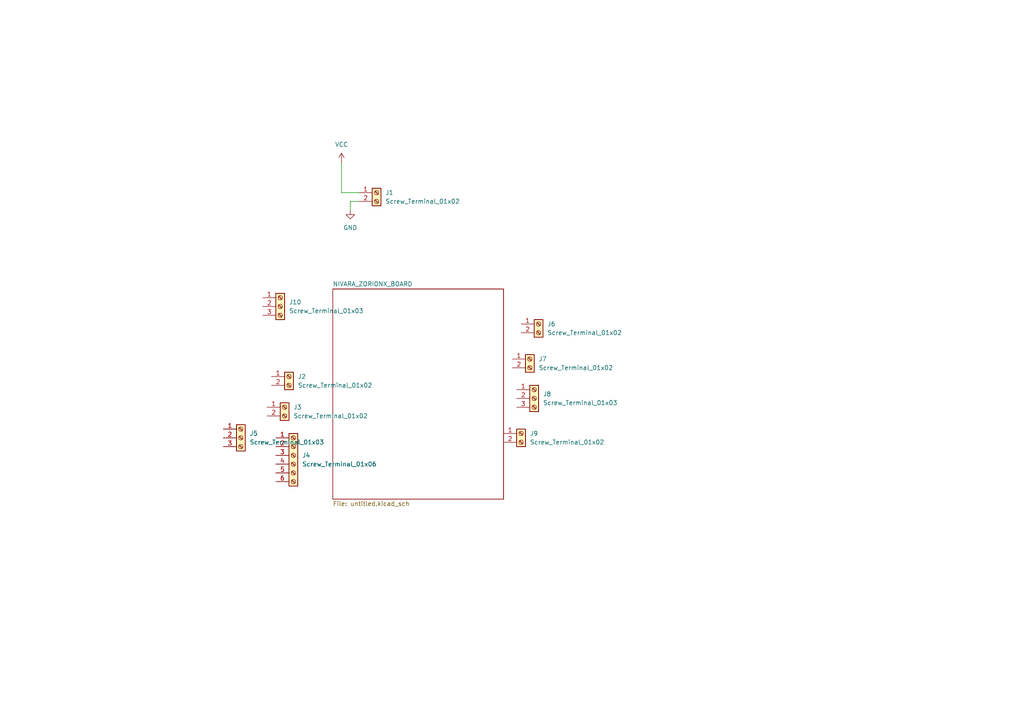
<source format=kicad_sch>
(kicad_sch
	(version 20231120)
	(generator "eeschema")
	(generator_version "8.0")
	(uuid "e09284a3-0da6-4b1c-80d3-a52d405369d9")
	(paper "A4")
	(lib_symbols
		(symbol "Connector:Screw_Terminal_01x02"
			(pin_names
				(offset 1.016) hide)
			(exclude_from_sim no)
			(in_bom yes)
			(on_board yes)
			(property "Reference" "J"
				(at 0 2.54 0)
				(effects
					(font
						(size 1.27 1.27)
					)
				)
			)
			(property "Value" "Screw_Terminal_01x02"
				(at 0 -5.08 0)
				(effects
					(font
						(size 1.27 1.27)
					)
				)
			)
			(property "Footprint" ""
				(at 0 0 0)
				(effects
					(font
						(size 1.27 1.27)
					)
					(hide yes)
				)
			)
			(property "Datasheet" "~"
				(at 0 0 0)
				(effects
					(font
						(size 1.27 1.27)
					)
					(hide yes)
				)
			)
			(property "Description" "Generic screw terminal, single row, 01x02, script generated (kicad-library-utils/schlib/autogen/connector/)"
				(at 0 0 0)
				(effects
					(font
						(size 1.27 1.27)
					)
					(hide yes)
				)
			)
			(property "ki_keywords" "screw terminal"
				(at 0 0 0)
				(effects
					(font
						(size 1.27 1.27)
					)
					(hide yes)
				)
			)
			(property "ki_fp_filters" "TerminalBlock*:*"
				(at 0 0 0)
				(effects
					(font
						(size 1.27 1.27)
					)
					(hide yes)
				)
			)
			(symbol "Screw_Terminal_01x02_1_1"
				(rectangle
					(start -1.27 1.27)
					(end 1.27 -3.81)
					(stroke
						(width 0.254)
						(type default)
					)
					(fill
						(type background)
					)
				)
				(circle
					(center 0 -2.54)
					(radius 0.635)
					(stroke
						(width 0.1524)
						(type default)
					)
					(fill
						(type none)
					)
				)
				(polyline
					(pts
						(xy -0.5334 -2.2098) (xy 0.3302 -3.048)
					)
					(stroke
						(width 0.1524)
						(type default)
					)
					(fill
						(type none)
					)
				)
				(polyline
					(pts
						(xy -0.5334 0.3302) (xy 0.3302 -0.508)
					)
					(stroke
						(width 0.1524)
						(type default)
					)
					(fill
						(type none)
					)
				)
				(polyline
					(pts
						(xy -0.3556 -2.032) (xy 0.508 -2.8702)
					)
					(stroke
						(width 0.1524)
						(type default)
					)
					(fill
						(type none)
					)
				)
				(polyline
					(pts
						(xy -0.3556 0.508) (xy 0.508 -0.3302)
					)
					(stroke
						(width 0.1524)
						(type default)
					)
					(fill
						(type none)
					)
				)
				(circle
					(center 0 0)
					(radius 0.635)
					(stroke
						(width 0.1524)
						(type default)
					)
					(fill
						(type none)
					)
				)
				(pin passive line
					(at -5.08 0 0)
					(length 3.81)
					(name "Pin_1"
						(effects
							(font
								(size 1.27 1.27)
							)
						)
					)
					(number "1"
						(effects
							(font
								(size 1.27 1.27)
							)
						)
					)
				)
				(pin passive line
					(at -5.08 -2.54 0)
					(length 3.81)
					(name "Pin_2"
						(effects
							(font
								(size 1.27 1.27)
							)
						)
					)
					(number "2"
						(effects
							(font
								(size 1.27 1.27)
							)
						)
					)
				)
			)
		)
		(symbol "Connector:Screw_Terminal_01x03"
			(pin_names
				(offset 1.016) hide)
			(exclude_from_sim no)
			(in_bom yes)
			(on_board yes)
			(property "Reference" "J"
				(at 0 5.08 0)
				(effects
					(font
						(size 1.27 1.27)
					)
				)
			)
			(property "Value" "Screw_Terminal_01x03"
				(at 0 -5.08 0)
				(effects
					(font
						(size 1.27 1.27)
					)
				)
			)
			(property "Footprint" ""
				(at 0 0 0)
				(effects
					(font
						(size 1.27 1.27)
					)
					(hide yes)
				)
			)
			(property "Datasheet" "~"
				(at 0 0 0)
				(effects
					(font
						(size 1.27 1.27)
					)
					(hide yes)
				)
			)
			(property "Description" "Generic screw terminal, single row, 01x03, script generated (kicad-library-utils/schlib/autogen/connector/)"
				(at 0 0 0)
				(effects
					(font
						(size 1.27 1.27)
					)
					(hide yes)
				)
			)
			(property "ki_keywords" "screw terminal"
				(at 0 0 0)
				(effects
					(font
						(size 1.27 1.27)
					)
					(hide yes)
				)
			)
			(property "ki_fp_filters" "TerminalBlock*:*"
				(at 0 0 0)
				(effects
					(font
						(size 1.27 1.27)
					)
					(hide yes)
				)
			)
			(symbol "Screw_Terminal_01x03_1_1"
				(rectangle
					(start -1.27 3.81)
					(end 1.27 -3.81)
					(stroke
						(width 0.254)
						(type default)
					)
					(fill
						(type background)
					)
				)
				(circle
					(center 0 -2.54)
					(radius 0.635)
					(stroke
						(width 0.1524)
						(type default)
					)
					(fill
						(type none)
					)
				)
				(polyline
					(pts
						(xy -0.5334 -2.2098) (xy 0.3302 -3.048)
					)
					(stroke
						(width 0.1524)
						(type default)
					)
					(fill
						(type none)
					)
				)
				(polyline
					(pts
						(xy -0.5334 0.3302) (xy 0.3302 -0.508)
					)
					(stroke
						(width 0.1524)
						(type default)
					)
					(fill
						(type none)
					)
				)
				(polyline
					(pts
						(xy -0.5334 2.8702) (xy 0.3302 2.032)
					)
					(stroke
						(width 0.1524)
						(type default)
					)
					(fill
						(type none)
					)
				)
				(polyline
					(pts
						(xy -0.3556 -2.032) (xy 0.508 -2.8702)
					)
					(stroke
						(width 0.1524)
						(type default)
					)
					(fill
						(type none)
					)
				)
				(polyline
					(pts
						(xy -0.3556 0.508) (xy 0.508 -0.3302)
					)
					(stroke
						(width 0.1524)
						(type default)
					)
					(fill
						(type none)
					)
				)
				(polyline
					(pts
						(xy -0.3556 3.048) (xy 0.508 2.2098)
					)
					(stroke
						(width 0.1524)
						(type default)
					)
					(fill
						(type none)
					)
				)
				(circle
					(center 0 0)
					(radius 0.635)
					(stroke
						(width 0.1524)
						(type default)
					)
					(fill
						(type none)
					)
				)
				(circle
					(center 0 2.54)
					(radius 0.635)
					(stroke
						(width 0.1524)
						(type default)
					)
					(fill
						(type none)
					)
				)
				(pin passive line
					(at -5.08 2.54 0)
					(length 3.81)
					(name "Pin_1"
						(effects
							(font
								(size 1.27 1.27)
							)
						)
					)
					(number "1"
						(effects
							(font
								(size 1.27 1.27)
							)
						)
					)
				)
				(pin passive line
					(at -5.08 0 0)
					(length 3.81)
					(name "Pin_2"
						(effects
							(font
								(size 1.27 1.27)
							)
						)
					)
					(number "2"
						(effects
							(font
								(size 1.27 1.27)
							)
						)
					)
				)
				(pin passive line
					(at -5.08 -2.54 0)
					(length 3.81)
					(name "Pin_3"
						(effects
							(font
								(size 1.27 1.27)
							)
						)
					)
					(number "3"
						(effects
							(font
								(size 1.27 1.27)
							)
						)
					)
				)
			)
		)
		(symbol "Connector:Screw_Terminal_01x06"
			(pin_names
				(offset 1.016) hide)
			(exclude_from_sim no)
			(in_bom yes)
			(on_board yes)
			(property "Reference" "J"
				(at 0 7.62 0)
				(effects
					(font
						(size 1.27 1.27)
					)
				)
			)
			(property "Value" "Screw_Terminal_01x06"
				(at 0 -10.16 0)
				(effects
					(font
						(size 1.27 1.27)
					)
				)
			)
			(property "Footprint" ""
				(at 0 0 0)
				(effects
					(font
						(size 1.27 1.27)
					)
					(hide yes)
				)
			)
			(property "Datasheet" "~"
				(at 0 0 0)
				(effects
					(font
						(size 1.27 1.27)
					)
					(hide yes)
				)
			)
			(property "Description" "Generic screw terminal, single row, 01x06, script generated (kicad-library-utils/schlib/autogen/connector/)"
				(at 0 0 0)
				(effects
					(font
						(size 1.27 1.27)
					)
					(hide yes)
				)
			)
			(property "ki_keywords" "screw terminal"
				(at 0 0 0)
				(effects
					(font
						(size 1.27 1.27)
					)
					(hide yes)
				)
			)
			(property "ki_fp_filters" "TerminalBlock*:*"
				(at 0 0 0)
				(effects
					(font
						(size 1.27 1.27)
					)
					(hide yes)
				)
			)
			(symbol "Screw_Terminal_01x06_1_1"
				(rectangle
					(start -1.27 6.35)
					(end 1.27 -8.89)
					(stroke
						(width 0.254)
						(type default)
					)
					(fill
						(type background)
					)
				)
				(circle
					(center 0 -7.62)
					(radius 0.635)
					(stroke
						(width 0.1524)
						(type default)
					)
					(fill
						(type none)
					)
				)
				(circle
					(center 0 -5.08)
					(radius 0.635)
					(stroke
						(width 0.1524)
						(type default)
					)
					(fill
						(type none)
					)
				)
				(circle
					(center 0 -2.54)
					(radius 0.635)
					(stroke
						(width 0.1524)
						(type default)
					)
					(fill
						(type none)
					)
				)
				(polyline
					(pts
						(xy -0.5334 -7.2898) (xy 0.3302 -8.128)
					)
					(stroke
						(width 0.1524)
						(type default)
					)
					(fill
						(type none)
					)
				)
				(polyline
					(pts
						(xy -0.5334 -4.7498) (xy 0.3302 -5.588)
					)
					(stroke
						(width 0.1524)
						(type default)
					)
					(fill
						(type none)
					)
				)
				(polyline
					(pts
						(xy -0.5334 -2.2098) (xy 0.3302 -3.048)
					)
					(stroke
						(width 0.1524)
						(type default)
					)
					(fill
						(type none)
					)
				)
				(polyline
					(pts
						(xy -0.5334 0.3302) (xy 0.3302 -0.508)
					)
					(stroke
						(width 0.1524)
						(type default)
					)
					(fill
						(type none)
					)
				)
				(polyline
					(pts
						(xy -0.5334 2.8702) (xy 0.3302 2.032)
					)
					(stroke
						(width 0.1524)
						(type default)
					)
					(fill
						(type none)
					)
				)
				(polyline
					(pts
						(xy -0.5334 5.4102) (xy 0.3302 4.572)
					)
					(stroke
						(width 0.1524)
						(type default)
					)
					(fill
						(type none)
					)
				)
				(polyline
					(pts
						(xy -0.3556 -7.112) (xy 0.508 -7.9502)
					)
					(stroke
						(width 0.1524)
						(type default)
					)
					(fill
						(type none)
					)
				)
				(polyline
					(pts
						(xy -0.3556 -4.572) (xy 0.508 -5.4102)
					)
					(stroke
						(width 0.1524)
						(type default)
					)
					(fill
						(type none)
					)
				)
				(polyline
					(pts
						(xy -0.3556 -2.032) (xy 0.508 -2.8702)
					)
					(stroke
						(width 0.1524)
						(type default)
					)
					(fill
						(type none)
					)
				)
				(polyline
					(pts
						(xy -0.3556 0.508) (xy 0.508 -0.3302)
					)
					(stroke
						(width 0.1524)
						(type default)
					)
					(fill
						(type none)
					)
				)
				(polyline
					(pts
						(xy -0.3556 3.048) (xy 0.508 2.2098)
					)
					(stroke
						(width 0.1524)
						(type default)
					)
					(fill
						(type none)
					)
				)
				(polyline
					(pts
						(xy -0.3556 5.588) (xy 0.508 4.7498)
					)
					(stroke
						(width 0.1524)
						(type default)
					)
					(fill
						(type none)
					)
				)
				(circle
					(center 0 0)
					(radius 0.635)
					(stroke
						(width 0.1524)
						(type default)
					)
					(fill
						(type none)
					)
				)
				(circle
					(center 0 2.54)
					(radius 0.635)
					(stroke
						(width 0.1524)
						(type default)
					)
					(fill
						(type none)
					)
				)
				(circle
					(center 0 5.08)
					(radius 0.635)
					(stroke
						(width 0.1524)
						(type default)
					)
					(fill
						(type none)
					)
				)
				(pin passive line
					(at -5.08 5.08 0)
					(length 3.81)
					(name "Pin_1"
						(effects
							(font
								(size 1.27 1.27)
							)
						)
					)
					(number "1"
						(effects
							(font
								(size 1.27 1.27)
							)
						)
					)
				)
				(pin passive line
					(at -5.08 2.54 0)
					(length 3.81)
					(name "Pin_2"
						(effects
							(font
								(size 1.27 1.27)
							)
						)
					)
					(number "2"
						(effects
							(font
								(size 1.27 1.27)
							)
						)
					)
				)
				(pin passive line
					(at -5.08 0 0)
					(length 3.81)
					(name "Pin_3"
						(effects
							(font
								(size 1.27 1.27)
							)
						)
					)
					(number "3"
						(effects
							(font
								(size 1.27 1.27)
							)
						)
					)
				)
				(pin passive line
					(at -5.08 -2.54 0)
					(length 3.81)
					(name "Pin_4"
						(effects
							(font
								(size 1.27 1.27)
							)
						)
					)
					(number "4"
						(effects
							(font
								(size 1.27 1.27)
							)
						)
					)
				)
				(pin passive line
					(at -5.08 -5.08 0)
					(length 3.81)
					(name "Pin_5"
						(effects
							(font
								(size 1.27 1.27)
							)
						)
					)
					(number "5"
						(effects
							(font
								(size 1.27 1.27)
							)
						)
					)
				)
				(pin passive line
					(at -5.08 -7.62 0)
					(length 3.81)
					(name "Pin_6"
						(effects
							(font
								(size 1.27 1.27)
							)
						)
					)
					(number "6"
						(effects
							(font
								(size 1.27 1.27)
							)
						)
					)
				)
			)
		)
		(symbol "power:GND"
			(power)
			(pin_numbers hide)
			(pin_names
				(offset 0) hide)
			(exclude_from_sim no)
			(in_bom yes)
			(on_board yes)
			(property "Reference" "#PWR"
				(at 0 -6.35 0)
				(effects
					(font
						(size 1.27 1.27)
					)
					(hide yes)
				)
			)
			(property "Value" "GND"
				(at 0 -3.81 0)
				(effects
					(font
						(size 1.27 1.27)
					)
				)
			)
			(property "Footprint" ""
				(at 0 0 0)
				(effects
					(font
						(size 1.27 1.27)
					)
					(hide yes)
				)
			)
			(property "Datasheet" ""
				(at 0 0 0)
				(effects
					(font
						(size 1.27 1.27)
					)
					(hide yes)
				)
			)
			(property "Description" "Power symbol creates a global label with name \"GND\" , ground"
				(at 0 0 0)
				(effects
					(font
						(size 1.27 1.27)
					)
					(hide yes)
				)
			)
			(property "ki_keywords" "global power"
				(at 0 0 0)
				(effects
					(font
						(size 1.27 1.27)
					)
					(hide yes)
				)
			)
			(symbol "GND_0_1"
				(polyline
					(pts
						(xy 0 0) (xy 0 -1.27) (xy 1.27 -1.27) (xy 0 -2.54) (xy -1.27 -1.27) (xy 0 -1.27)
					)
					(stroke
						(width 0)
						(type default)
					)
					(fill
						(type none)
					)
				)
			)
			(symbol "GND_1_1"
				(pin power_in line
					(at 0 0 270)
					(length 0)
					(name "~"
						(effects
							(font
								(size 1.27 1.27)
							)
						)
					)
					(number "1"
						(effects
							(font
								(size 1.27 1.27)
							)
						)
					)
				)
			)
		)
		(symbol "power:VCC"
			(power)
			(pin_numbers hide)
			(pin_names
				(offset 0) hide)
			(exclude_from_sim no)
			(in_bom yes)
			(on_board yes)
			(property "Reference" "#PWR"
				(at 0 -3.81 0)
				(effects
					(font
						(size 1.27 1.27)
					)
					(hide yes)
				)
			)
			(property "Value" "VCC"
				(at 0 3.556 0)
				(effects
					(font
						(size 1.27 1.27)
					)
				)
			)
			(property "Footprint" ""
				(at 0 0 0)
				(effects
					(font
						(size 1.27 1.27)
					)
					(hide yes)
				)
			)
			(property "Datasheet" ""
				(at 0 0 0)
				(effects
					(font
						(size 1.27 1.27)
					)
					(hide yes)
				)
			)
			(property "Description" "Power symbol creates a global label with name \"VCC\""
				(at 0 0 0)
				(effects
					(font
						(size 1.27 1.27)
					)
					(hide yes)
				)
			)
			(property "ki_keywords" "global power"
				(at 0 0 0)
				(effects
					(font
						(size 1.27 1.27)
					)
					(hide yes)
				)
			)
			(symbol "VCC_0_1"
				(polyline
					(pts
						(xy -0.762 1.27) (xy 0 2.54)
					)
					(stroke
						(width 0)
						(type default)
					)
					(fill
						(type none)
					)
				)
				(polyline
					(pts
						(xy 0 0) (xy 0 2.54)
					)
					(stroke
						(width 0)
						(type default)
					)
					(fill
						(type none)
					)
				)
				(polyline
					(pts
						(xy 0 2.54) (xy 0.762 1.27)
					)
					(stroke
						(width 0)
						(type default)
					)
					(fill
						(type none)
					)
				)
			)
			(symbol "VCC_1_1"
				(pin power_in line
					(at 0 0 90)
					(length 0)
					(name "~"
						(effects
							(font
								(size 1.27 1.27)
							)
						)
					)
					(number "1"
						(effects
							(font
								(size 1.27 1.27)
							)
						)
					)
				)
			)
		)
	)
	(wire
		(pts
			(xy 101.6 60.96) (xy 101.6 58.42)
		)
		(stroke
			(width 0)
			(type default)
		)
		(uuid "29ae0c92-6ae9-4a37-a964-2b50691d7d58")
	)
	(wire
		(pts
			(xy 99.06 55.88) (xy 104.14 55.88)
		)
		(stroke
			(width 0)
			(type default)
		)
		(uuid "43b7a6b4-815f-4e7b-b3e5-08340f443123")
	)
	(wire
		(pts
			(xy 101.6 58.42) (xy 104.14 58.42)
		)
		(stroke
			(width 0)
			(type default)
		)
		(uuid "47b59402-ff9e-4f9e-a934-5f5ae7770cd0")
	)
	(wire
		(pts
			(xy 99.06 46.99) (xy 99.06 55.88)
		)
		(stroke
			(width 0)
			(type default)
		)
		(uuid "c7de50fa-6eef-4bc8-a6dc-76c9597ec25f")
	)
	(symbol
		(lib_id "Connector:Screw_Terminal_01x02")
		(at 83.82 109.22 0)
		(unit 1)
		(exclude_from_sim no)
		(in_bom yes)
		(on_board yes)
		(dnp no)
		(fields_autoplaced yes)
		(uuid "13218000-f212-47ef-b11f-9b365b87a723")
		(property "Reference" "J2"
			(at 86.36 109.2199 0)
			(effects
				(font
					(size 1.27 1.27)
				)
				(justify left)
			)
		)
		(property "Value" "Screw_Terminal_01x02"
			(at 86.36 111.7599 0)
			(effects
				(font
					(size 1.27 1.27)
				)
				(justify left)
			)
		)
		(property "Footprint" ""
			(at 83.82 109.22 0)
			(effects
				(font
					(size 1.27 1.27)
				)
				(hide yes)
			)
		)
		(property "Datasheet" "~"
			(at 83.82 109.22 0)
			(effects
				(font
					(size 1.27 1.27)
				)
				(hide yes)
			)
		)
		(property "Description" "Generic screw terminal, single row, 01x02, script generated (kicad-library-utils/schlib/autogen/connector/)"
			(at 83.82 109.22 0)
			(effects
				(font
					(size 1.27 1.27)
				)
				(hide yes)
			)
		)
		(pin "2"
			(uuid "ccc03b22-4e78-4efe-b736-72ee15fed26c")
		)
		(pin "1"
			(uuid "3ee56476-81ad-4c5b-8bd6-414f8a98ff94")
		)
		(instances
			(project "NIVARA"
				(path "/e09284a3-0da6-4b1c-80d3-a52d405369d9"
					(reference "J2")
					(unit 1)
				)
			)
		)
	)
	(symbol
		(lib_id "Connector:Screw_Terminal_01x02")
		(at 82.55 118.11 0)
		(unit 1)
		(exclude_from_sim no)
		(in_bom yes)
		(on_board yes)
		(dnp no)
		(fields_autoplaced yes)
		(uuid "26f9541f-9c9a-4110-bd11-81db462ab531")
		(property "Reference" "J3"
			(at 85.09 118.1099 0)
			(effects
				(font
					(size 1.27 1.27)
				)
				(justify left)
			)
		)
		(property "Value" "Screw_Terminal_01x02"
			(at 85.09 120.6499 0)
			(effects
				(font
					(size 1.27 1.27)
				)
				(justify left)
			)
		)
		(property "Footprint" ""
			(at 82.55 118.11 0)
			(effects
				(font
					(size 1.27 1.27)
				)
				(hide yes)
			)
		)
		(property "Datasheet" "~"
			(at 82.55 118.11 0)
			(effects
				(font
					(size 1.27 1.27)
				)
				(hide yes)
			)
		)
		(property "Description" "Generic screw terminal, single row, 01x02, script generated (kicad-library-utils/schlib/autogen/connector/)"
			(at 82.55 118.11 0)
			(effects
				(font
					(size 1.27 1.27)
				)
				(hide yes)
			)
		)
		(pin "2"
			(uuid "9d293932-ff3a-4934-8d3d-b3fb282634ea")
		)
		(pin "1"
			(uuid "df38cf56-6b4f-41d9-8fa0-0abad2dee74c")
		)
		(instances
			(project "NIVARA"
				(path "/e09284a3-0da6-4b1c-80d3-a52d405369d9"
					(reference "J3")
					(unit 1)
				)
			)
		)
	)
	(symbol
		(lib_id "Connector:Screw_Terminal_01x03")
		(at 154.94 115.57 0)
		(unit 1)
		(exclude_from_sim no)
		(in_bom yes)
		(on_board yes)
		(dnp no)
		(fields_autoplaced yes)
		(uuid "29e9c4e9-5f44-4609-92b2-a9aa5192b284")
		(property "Reference" "J8"
			(at 157.48 114.2999 0)
			(effects
				(font
					(size 1.27 1.27)
				)
				(justify left)
			)
		)
		(property "Value" "Screw_Terminal_01x03"
			(at 157.48 116.8399 0)
			(effects
				(font
					(size 1.27 1.27)
				)
				(justify left)
			)
		)
		(property "Footprint" ""
			(at 154.94 115.57 0)
			(effects
				(font
					(size 1.27 1.27)
				)
				(hide yes)
			)
		)
		(property "Datasheet" "~"
			(at 154.94 115.57 0)
			(effects
				(font
					(size 1.27 1.27)
				)
				(hide yes)
			)
		)
		(property "Description" "Generic screw terminal, single row, 01x03, script generated (kicad-library-utils/schlib/autogen/connector/)"
			(at 154.94 115.57 0)
			(effects
				(font
					(size 1.27 1.27)
				)
				(hide yes)
			)
		)
		(pin "2"
			(uuid "1c82963f-6d81-4ef5-a530-8a1eb980a894")
		)
		(pin "1"
			(uuid "c3afa2cf-7421-473f-bcf7-59a86d485c90")
		)
		(pin "3"
			(uuid "b4bf89c0-5015-4f60-91a7-6797f38a903d")
		)
		(instances
			(project "NIVARA"
				(path "/e09284a3-0da6-4b1c-80d3-a52d405369d9"
					(reference "J8")
					(unit 1)
				)
			)
		)
	)
	(symbol
		(lib_id "power:GND")
		(at 101.6 60.96 0)
		(unit 1)
		(exclude_from_sim no)
		(in_bom yes)
		(on_board yes)
		(dnp no)
		(fields_autoplaced yes)
		(uuid "3c2fc121-85f5-4fb3-b0df-515ba1bebe3d")
		(property "Reference" "#PWR01"
			(at 101.6 67.31 0)
			(effects
				(font
					(size 1.27 1.27)
				)
				(hide yes)
			)
		)
		(property "Value" "GND"
			(at 101.6 66.04 0)
			(effects
				(font
					(size 1.27 1.27)
				)
			)
		)
		(property "Footprint" ""
			(at 101.6 60.96 0)
			(effects
				(font
					(size 1.27 1.27)
				)
				(hide yes)
			)
		)
		(property "Datasheet" ""
			(at 101.6 60.96 0)
			(effects
				(font
					(size 1.27 1.27)
				)
				(hide yes)
			)
		)
		(property "Description" "Power symbol creates a global label with name \"GND\" , ground"
			(at 101.6 60.96 0)
			(effects
				(font
					(size 1.27 1.27)
				)
				(hide yes)
			)
		)
		(pin "1"
			(uuid "dc2f6272-4203-40b0-9660-a5f3888f437d")
		)
		(instances
			(project "NIVARA"
				(path "/e09284a3-0da6-4b1c-80d3-a52d405369d9"
					(reference "#PWR01")
					(unit 1)
				)
			)
		)
	)
	(symbol
		(lib_id "Connector:Screw_Terminal_01x02")
		(at 151.13 125.73 0)
		(unit 1)
		(exclude_from_sim no)
		(in_bom yes)
		(on_board yes)
		(dnp no)
		(fields_autoplaced yes)
		(uuid "3ea36c91-1532-4596-9e54-1611d6336c44")
		(property "Reference" "J9"
			(at 153.67 125.7299 0)
			(effects
				(font
					(size 1.27 1.27)
				)
				(justify left)
			)
		)
		(property "Value" "Screw_Terminal_01x02"
			(at 153.67 128.2699 0)
			(effects
				(font
					(size 1.27 1.27)
				)
				(justify left)
			)
		)
		(property "Footprint" ""
			(at 151.13 125.73 0)
			(effects
				(font
					(size 1.27 1.27)
				)
				(hide yes)
			)
		)
		(property "Datasheet" "~"
			(at 151.13 125.73 0)
			(effects
				(font
					(size 1.27 1.27)
				)
				(hide yes)
			)
		)
		(property "Description" "Generic screw terminal, single row, 01x02, script generated (kicad-library-utils/schlib/autogen/connector/)"
			(at 151.13 125.73 0)
			(effects
				(font
					(size 1.27 1.27)
				)
				(hide yes)
			)
		)
		(pin "2"
			(uuid "d0c29e97-58e2-414e-9b41-e8cf8de66378")
		)
		(pin "1"
			(uuid "ab2bc134-0594-4b57-862a-0174794af5f3")
		)
		(instances
			(project "NIVARA"
				(path "/e09284a3-0da6-4b1c-80d3-a52d405369d9"
					(reference "J9")
					(unit 1)
				)
			)
		)
	)
	(symbol
		(lib_id "Connector:Screw_Terminal_01x03")
		(at 81.28 88.9 0)
		(unit 1)
		(exclude_from_sim no)
		(in_bom yes)
		(on_board yes)
		(dnp no)
		(fields_autoplaced yes)
		(uuid "9691c3b5-bc0e-455c-98fb-b25d454f8e36")
		(property "Reference" "J10"
			(at 83.82 87.6299 0)
			(effects
				(font
					(size 1.27 1.27)
				)
				(justify left)
			)
		)
		(property "Value" "Screw_Terminal_01x03"
			(at 83.82 90.1699 0)
			(effects
				(font
					(size 1.27 1.27)
				)
				(justify left)
			)
		)
		(property "Footprint" ""
			(at 81.28 88.9 0)
			(effects
				(font
					(size 1.27 1.27)
				)
				(hide yes)
			)
		)
		(property "Datasheet" "~"
			(at 81.28 88.9 0)
			(effects
				(font
					(size 1.27 1.27)
				)
				(hide yes)
			)
		)
		(property "Description" "Generic screw terminal, single row, 01x03, script generated (kicad-library-utils/schlib/autogen/connector/)"
			(at 81.28 88.9 0)
			(effects
				(font
					(size 1.27 1.27)
				)
				(hide yes)
			)
		)
		(pin "2"
			(uuid "9062e0fd-233e-4566-b253-ffe3c2e52083")
		)
		(pin "1"
			(uuid "bec39068-2ccf-4bd5-b5c6-7ffb294f7276")
		)
		(pin "3"
			(uuid "83ac680f-a0d6-4637-b730-002f6488e377")
		)
		(instances
			(project "NIVARA"
				(path "/e09284a3-0da6-4b1c-80d3-a52d405369d9"
					(reference "J10")
					(unit 1)
				)
			)
		)
	)
	(symbol
		(lib_id "power:VCC")
		(at 99.06 46.99 0)
		(unit 1)
		(exclude_from_sim no)
		(in_bom yes)
		(on_board yes)
		(dnp no)
		(fields_autoplaced yes)
		(uuid "a8ff9009-523b-4730-ae77-3ba6f1c93d63")
		(property "Reference" "#PWR02"
			(at 99.06 50.8 0)
			(effects
				(font
					(size 1.27 1.27)
				)
				(hide yes)
			)
		)
		(property "Value" "VCC"
			(at 99.06 41.91 0)
			(effects
				(font
					(size 1.27 1.27)
				)
			)
		)
		(property "Footprint" ""
			(at 99.06 46.99 0)
			(effects
				(font
					(size 1.27 1.27)
				)
				(hide yes)
			)
		)
		(property "Datasheet" ""
			(at 99.06 46.99 0)
			(effects
				(font
					(size 1.27 1.27)
				)
				(hide yes)
			)
		)
		(property "Description" "Power symbol creates a global label with name \"VCC\""
			(at 99.06 46.99 0)
			(effects
				(font
					(size 1.27 1.27)
				)
				(hide yes)
			)
		)
		(pin "1"
			(uuid "793965fd-e44c-40b9-b5fa-27891ff25709")
		)
		(instances
			(project "NIVARA"
				(path "/e09284a3-0da6-4b1c-80d3-a52d405369d9"
					(reference "#PWR02")
					(unit 1)
				)
			)
		)
	)
	(symbol
		(lib_id "Connector:Screw_Terminal_01x02")
		(at 153.67 104.14 0)
		(unit 1)
		(exclude_from_sim no)
		(in_bom yes)
		(on_board yes)
		(dnp no)
		(fields_autoplaced yes)
		(uuid "b7db0de2-4b6c-404f-83ec-24fa5734fea7")
		(property "Reference" "J7"
			(at 156.21 104.1399 0)
			(effects
				(font
					(size 1.27 1.27)
				)
				(justify left)
			)
		)
		(property "Value" "Screw_Terminal_01x02"
			(at 156.21 106.6799 0)
			(effects
				(font
					(size 1.27 1.27)
				)
				(justify left)
			)
		)
		(property "Footprint" ""
			(at 153.67 104.14 0)
			(effects
				(font
					(size 1.27 1.27)
				)
				(hide yes)
			)
		)
		(property "Datasheet" "~"
			(at 153.67 104.14 0)
			(effects
				(font
					(size 1.27 1.27)
				)
				(hide yes)
			)
		)
		(property "Description" "Generic screw terminal, single row, 01x02, script generated (kicad-library-utils/schlib/autogen/connector/)"
			(at 153.67 104.14 0)
			(effects
				(font
					(size 1.27 1.27)
				)
				(hide yes)
			)
		)
		(pin "2"
			(uuid "aabc692b-4371-49b9-88ac-afc012a8ed8c")
		)
		(pin "1"
			(uuid "63cd4cb1-8102-4c4b-b190-01e33dbb0b89")
		)
		(instances
			(project "NIVARA"
				(path "/e09284a3-0da6-4b1c-80d3-a52d405369d9"
					(reference "J7")
					(unit 1)
				)
			)
		)
	)
	(symbol
		(lib_id "Connector:Screw_Terminal_01x03")
		(at 69.85 127 0)
		(unit 1)
		(exclude_from_sim no)
		(in_bom yes)
		(on_board yes)
		(dnp no)
		(fields_autoplaced yes)
		(uuid "c1162024-0f01-4b92-a01c-185d43d21406")
		(property "Reference" "J5"
			(at 72.39 125.7299 0)
			(effects
				(font
					(size 1.27 1.27)
				)
				(justify left)
			)
		)
		(property "Value" "Screw_Terminal_01x03"
			(at 72.39 128.2699 0)
			(effects
				(font
					(size 1.27 1.27)
				)
				(justify left)
			)
		)
		(property "Footprint" ""
			(at 69.85 127 0)
			(effects
				(font
					(size 1.27 1.27)
				)
				(hide yes)
			)
		)
		(property "Datasheet" "~"
			(at 69.85 127 0)
			(effects
				(font
					(size 1.27 1.27)
				)
				(hide yes)
			)
		)
		(property "Description" "Generic screw terminal, single row, 01x03, script generated (kicad-library-utils/schlib/autogen/connector/)"
			(at 69.85 127 0)
			(effects
				(font
					(size 1.27 1.27)
				)
				(hide yes)
			)
		)
		(pin "2"
			(uuid "016642a5-7ec2-47e8-9184-97933d864370")
		)
		(pin "1"
			(uuid "c6c6be66-13ae-49f8-838b-4760568909f3")
		)
		(pin "3"
			(uuid "ee14eda4-1c63-4b67-a01d-390a2ce746a5")
		)
		(instances
			(project "NIVARA"
				(path "/e09284a3-0da6-4b1c-80d3-a52d405369d9"
					(reference "J5")
					(unit 1)
				)
			)
		)
	)
	(symbol
		(lib_id "Connector:Screw_Terminal_01x02")
		(at 156.21 93.98 0)
		(unit 1)
		(exclude_from_sim no)
		(in_bom yes)
		(on_board yes)
		(dnp no)
		(fields_autoplaced yes)
		(uuid "d3154663-8df3-4b20-b71d-deb5f3a80b43")
		(property "Reference" "J6"
			(at 158.75 93.9799 0)
			(effects
				(font
					(size 1.27 1.27)
				)
				(justify left)
			)
		)
		(property "Value" "Screw_Terminal_01x02"
			(at 158.75 96.5199 0)
			(effects
				(font
					(size 1.27 1.27)
				)
				(justify left)
			)
		)
		(property "Footprint" ""
			(at 156.21 93.98 0)
			(effects
				(font
					(size 1.27 1.27)
				)
				(hide yes)
			)
		)
		(property "Datasheet" "~"
			(at 156.21 93.98 0)
			(effects
				(font
					(size 1.27 1.27)
				)
				(hide yes)
			)
		)
		(property "Description" "Generic screw terminal, single row, 01x02, script generated (kicad-library-utils/schlib/autogen/connector/)"
			(at 156.21 93.98 0)
			(effects
				(font
					(size 1.27 1.27)
				)
				(hide yes)
			)
		)
		(pin "2"
			(uuid "86a009df-6e8d-4cde-bdd3-c83c746eb627")
		)
		(pin "1"
			(uuid "3ead4a33-aeac-4c7e-b1d7-94ed9456a4e1")
		)
		(instances
			(project "NIVARA"
				(path "/e09284a3-0da6-4b1c-80d3-a52d405369d9"
					(reference "J6")
					(unit 1)
				)
			)
		)
	)
	(symbol
		(lib_id "Connector:Screw_Terminal_01x02")
		(at 109.22 55.88 0)
		(unit 1)
		(exclude_from_sim no)
		(in_bom yes)
		(on_board yes)
		(dnp no)
		(fields_autoplaced yes)
		(uuid "f03c9df6-a002-4be4-869d-2f997a54b5eb")
		(property "Reference" "J1"
			(at 111.76 55.8799 0)
			(effects
				(font
					(size 1.27 1.27)
				)
				(justify left)
			)
		)
		(property "Value" "Screw_Terminal_01x02"
			(at 111.76 58.4199 0)
			(effects
				(font
					(size 1.27 1.27)
				)
				(justify left)
			)
		)
		(property "Footprint" ""
			(at 109.22 55.88 0)
			(effects
				(font
					(size 1.27 1.27)
				)
				(hide yes)
			)
		)
		(property "Datasheet" "~"
			(at 109.22 55.88 0)
			(effects
				(font
					(size 1.27 1.27)
				)
				(hide yes)
			)
		)
		(property "Description" "Generic screw terminal, single row, 01x02, script generated (kicad-library-utils/schlib/autogen/connector/)"
			(at 109.22 55.88 0)
			(effects
				(font
					(size 1.27 1.27)
				)
				(hide yes)
			)
		)
		(pin "2"
			(uuid "b6b1086e-09da-458c-b724-4fd9f19a98f6")
		)
		(pin "1"
			(uuid "541c8f24-bfc8-4f63-a37f-95c31253ca34")
		)
		(instances
			(project "NIVARA"
				(path "/e09284a3-0da6-4b1c-80d3-a52d405369d9"
					(reference "J1")
					(unit 1)
				)
			)
		)
	)
	(symbol
		(lib_id "Connector:Screw_Terminal_01x06")
		(at 85.09 132.08 0)
		(unit 1)
		(exclude_from_sim no)
		(in_bom yes)
		(on_board yes)
		(dnp no)
		(fields_autoplaced yes)
		(uuid "f2369e92-67b5-447f-a9f1-eb0afd8a0ae5")
		(property "Reference" "J4"
			(at 87.63 132.0799 0)
			(effects
				(font
					(size 1.27 1.27)
				)
				(justify left)
			)
		)
		(property "Value" "Screw_Terminal_01x06"
			(at 87.63 134.6199 0)
			(effects
				(font
					(size 1.27 1.27)
				)
				(justify left)
			)
		)
		(property "Footprint" ""
			(at 85.09 132.08 0)
			(effects
				(font
					(size 1.27 1.27)
				)
				(hide yes)
			)
		)
		(property "Datasheet" "~"
			(at 85.09 132.08 0)
			(effects
				(font
					(size 1.27 1.27)
				)
				(hide yes)
			)
		)
		(property "Description" "Generic screw terminal, single row, 01x06, script generated (kicad-library-utils/schlib/autogen/connector/)"
			(at 85.09 132.08 0)
			(effects
				(font
					(size 1.27 1.27)
				)
				(hide yes)
			)
		)
		(pin "1"
			(uuid "450f5f8d-e05d-4545-86f6-530d3808f849")
		)
		(pin "2"
			(uuid "02f4af2d-15a8-4268-a2ee-3398b79ec7fe")
		)
		(pin "3"
			(uuid "3eeb5504-0d19-45c8-8f0f-9890b917fd8e")
		)
		(pin "4"
			(uuid "21b326e6-04a9-4443-899d-ab263b8a460b")
		)
		(pin "5"
			(uuid "b02ad81d-55a2-46d1-9852-55fb0cc90a35")
		)
		(pin "6"
			(uuid "f008444b-4d11-436d-8295-85f1f8239b56")
		)
		(instances
			(project "NIVARA"
				(path "/e09284a3-0da6-4b1c-80d3-a52d405369d9"
					(reference "J4")
					(unit 1)
				)
			)
		)
	)
	(sheet
		(at 96.52 83.82)
		(size 49.53 60.96)
		(fields_autoplaced yes)
		(stroke
			(width 0.1524)
			(type solid)
		)
		(fill
			(color 0 0 0 0.0000)
		)
		(uuid "ceef7e46-14f7-4dd6-ae71-a57347a8e75e")
		(property "Sheetname" "NIVARA_ZORIONX_BOARD"
			(at 96.52 83.1084 0)
			(effects
				(font
					(size 1.27 1.27)
				)
				(justify left bottom)
			)
		)
		(property "Sheetfile" "untitled.kicad_sch"
			(at 96.52 145.3646 0)
			(effects
				(font
					(size 1.27 1.27)
				)
				(justify left top)
			)
		)
		(instances
			(project "NIVARA"
				(path "/e09284a3-0da6-4b1c-80d3-a52d405369d9"
					(page "2")
				)
			)
		)
	)
	(sheet_instances
		(path "/"
			(page "1")
		)
	)
)
</source>
